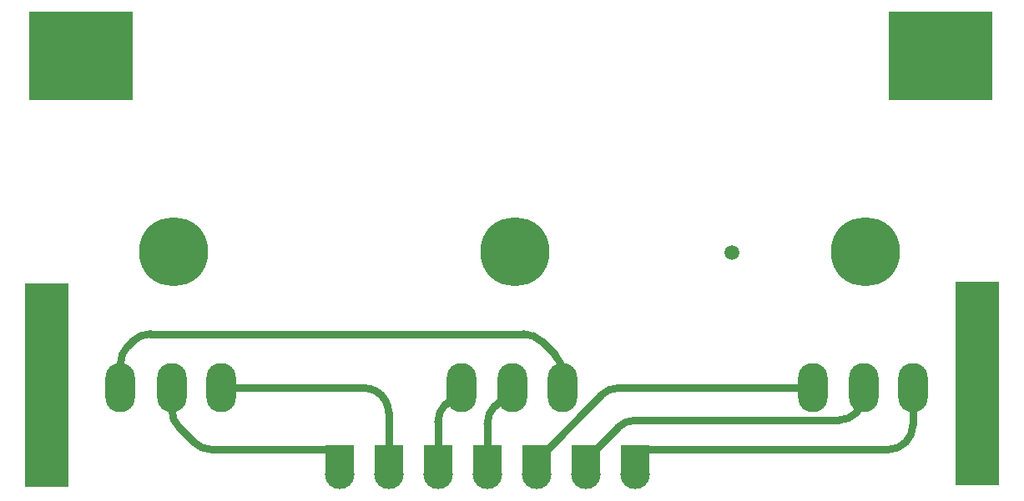
<source format=gbl>
G04*
G04 #@! TF.GenerationSoftware,Altium Limited,Altium Designer,21.0.8 (223)*
G04*
G04 Layer_Physical_Order=2*
G04 Layer_Color=9720587*
%FSLAX44Y44*%
%MOMM*%
G71*
G04*
G04 #@! TF.SameCoordinates,E1CE83FB-EE8D-4ACF-9475-2CBEE53E120E*
G04*
G04*
G04 #@! TF.FilePolarity,Positive*
G04*
G01*
G75*
%ADD19C,7.0000*%
%ADD20C,1.5000*%
%ADD21C,1.2700*%
%ADD22C,0.8000*%
%ADD23R,3.0000X3.0000*%
%ADD24C,3.0000*%
%ADD25O,3.0000X5.0000*%
%ADD26R,10.5000X9.0000*%
%ADD27R,4.5000X20.7000*%
%ADD28R,10.5000X9.0000*%
D19*
X156890Y245680D02*
D03*
X502890Y245680D02*
D03*
X858890Y245680D02*
D03*
D20*
X723390Y245180D02*
D03*
D21*
X26390Y74180D02*
D03*
Y99180D02*
D03*
Y124180D02*
D03*
Y149180D02*
D03*
Y49180D02*
D03*
Y173180D02*
D03*
X972890Y75680D02*
D03*
Y100680D02*
D03*
Y125680D02*
D03*
Y150680D02*
D03*
Y50680D02*
D03*
Y174680D02*
D03*
D22*
X154890Y85631D02*
G03*
X162330Y67670I25400J0D01*
G01*
X177561Y52439D02*
G03*
X195521Y45000I17960J17960D01*
G01*
X625521Y75000D02*
G03*
X607561Y67561I0J-25400D01*
G01*
X529939Y155061D02*
G03*
X511979Y162500I-17960J-17960D01*
G01*
X550890Y123589D02*
G03*
X543451Y141550I-25400J0D01*
G01*
X133021Y162500D02*
G03*
X115061Y155061I0J-25400D01*
G01*
X110330Y150330D02*
G03*
X102890Y132369I17960J-17960D01*
G01*
X362283Y104287D02*
G03*
X349600Y107680I-12683J-22007D01*
G01*
X371607Y94963D02*
G03*
X362283Y104287I-22007J-12683D01*
G01*
X375000Y82280D02*
G03*
X371607Y94963I-25400J0D01*
G01*
X432439Y91229D02*
G03*
X425000Y73269I17960J-17960D01*
G01*
X482439Y89229D02*
G03*
X475000Y71269I17960J-17960D01*
G01*
X608201Y107680D02*
G03*
X590241Y100240I0J-25400D01*
G01*
X831490Y75000D02*
G03*
X856890Y100400I0J25400D01*
G01*
X881490Y45000D02*
G03*
X906890Y70400I0J25400D01*
G01*
X195521Y45000D02*
X315000D01*
X325000Y35000D01*
X154890Y85631D02*
Y107680D01*
X162330Y67670D02*
X177561Y52439D01*
X325000Y20000D02*
Y35000D01*
X625521Y75000D02*
X831490D01*
X575000Y35000D02*
X607561Y67561D01*
X133021Y162500D02*
X511979D01*
X529939Y155061D02*
X543451Y141550D01*
X550890Y107680D02*
Y123589D01*
X110330Y150330D02*
X115061Y155061D01*
X102890Y107680D02*
Y132369D01*
X204890Y107680D02*
X349600D01*
X375000Y35000D02*
Y82280D01*
X425000Y35000D02*
Y73269D01*
Y20000D02*
Y35000D01*
X432439Y91229D02*
X448890Y107680D01*
X478890Y32680D02*
Y35000D01*
X475000D02*
Y71269D01*
Y20000D02*
Y35000D01*
X482439Y89229D02*
X500890Y107680D01*
X528890Y38890D02*
X590241Y100240D01*
X608201Y107680D02*
X735000D01*
X856890Y100400D02*
Y107680D01*
X637780Y45000D02*
X881490D01*
X906890Y70400D02*
Y107680D01*
X373610Y20000D02*
X373610Y31320D01*
X423610Y20000D02*
Y31320D01*
X523610Y25110D02*
Y31320D01*
X735000Y107680D02*
X804890D01*
D23*
X325000Y35000D02*
D03*
X475000D02*
D03*
X375000Y35000D02*
D03*
X525000D02*
D03*
X625000D02*
D03*
X425000D02*
D03*
X575000Y35000D02*
D03*
D24*
X325000Y20000D02*
D03*
X475000D02*
D03*
X375000Y20000D02*
D03*
X525000D02*
D03*
X625000Y20000D02*
D03*
X425000Y20000D02*
D03*
X575000Y20000D02*
D03*
D25*
X102890Y107680D02*
D03*
X154890D02*
D03*
X204890D02*
D03*
X448890Y107680D02*
D03*
X500890D02*
D03*
X550890D02*
D03*
X906890Y107680D02*
D03*
X856890D02*
D03*
X804890D02*
D03*
D26*
X935000Y445000D02*
D03*
D27*
X27890Y110680D02*
D03*
X972390Y112180D02*
D03*
D28*
X62500Y445000D02*
D03*
M02*

</source>
